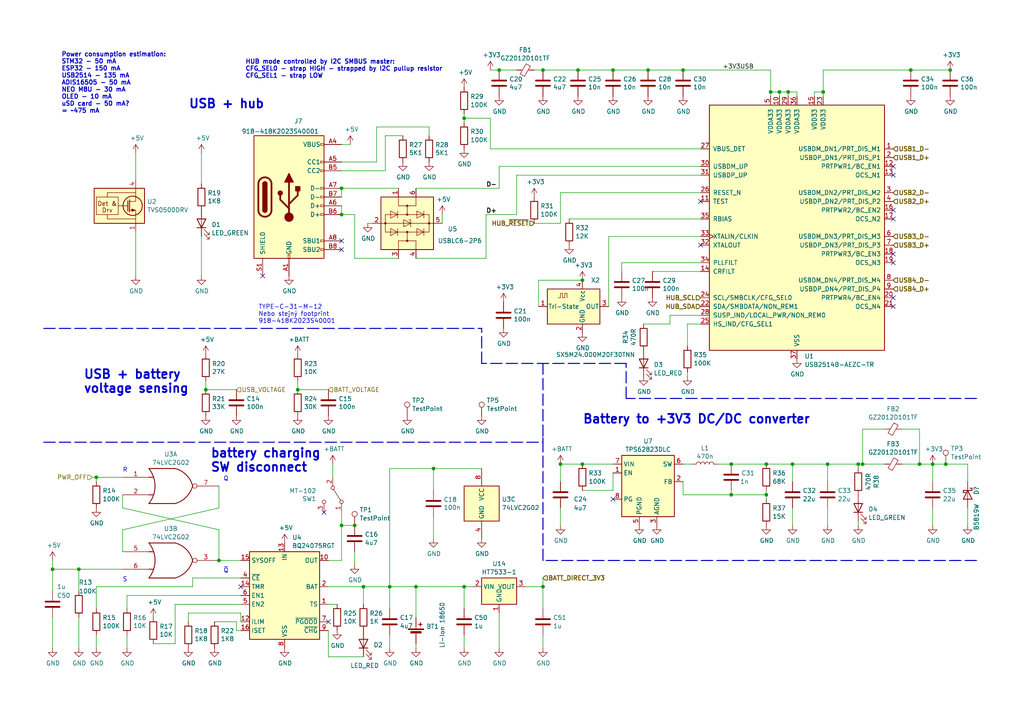
<source format=kicad_sch>
(kicad_sch (version 20230121) (generator eeschema)
  (paper "A4")
  (title_block (title "IMUnav") (date "2023-12-21") (rev "H00") (comment 1 "Inertial navigation unit"))
  (junction (at 157.48 170.18))
  (junction (at 102.87 152.4))
  (junction (at 222.25 134.62))
  (junction (at 222.25 143.51))
  (junction (at 212.09 143.51))
  (junction (at 275.59 20.32))
  (junction (at 22.86 165.1))
  (junction (at 99.06 62.23))
  (junction (at 113.03 170.18))
  (junction (at 168.91 81.28))
  (junction (at 99.06 152.4))
  (junction (at 167.64 20.32))
  (junction (at 86.36 113.03))
  (junction (at 248.92 134.62))
  (junction (at 105.41 170.18))
  (junction (at 125.73 135.89))
  (junction (at 212.09 134.62))
  (junction (at 144.78 20.32))
  (junction (at 120.65 170.18))
  (junction (at 99.06 54.61))
  (junction (at 266.7 134.62))
  (junction (at 198.12 20.32))
  (junction (at 15.24 165.1))
  (junction (at 229.87 134.62))
  (junction (at 226.06 26.67))
  (junction (at 134.62 34.29))
  (junction (at 187.96 20.32))
  (junction (at 162.56 134.62))
  (junction (at 274.32 134.62))
  (junction (at 228.6 26.67))
  (junction (at 250.19 134.62))
  (junction (at 134.62 170.18))
  (junction (at 59.69 113.03))
  (junction (at 168.91 134.62))
  (junction (at 238.76 26.67))
  (junction (at 223.52 26.67))
  (junction (at 264.16 20.32))
  (junction (at 63.5 162.56))
  (junction (at 177.8 20.32))
  (junction (at 27.94 138.43))
  (junction (at 240.03 134.62))
  (junction (at 157.48 20.32))
  (junction (at 270.51 134.62))
  (no_connect (at 259.08 76.2))
  (no_connect (at 93.98 148.59))
  (no_connect (at 99.06 72.39))
  (no_connect (at 99.06 69.85))
  (no_connect (at 76.2 80.01))
  (no_connect (at 259.08 88.9))
  (no_connect (at 69.85 170.18))
  (no_connect (at 203.2 71.12))
  (no_connect (at 259.08 86.36))
  (no_connect (at 95.25 180.34))
  (no_connect (at 259.08 63.5))
  (no_connect (at 203.2 58.42))
  (no_connect (at 259.08 48.26))
  (no_connect (at 259.08 50.8))
  (no_connect (at 259.08 73.66))
  (no_connect (at 259.08 60.96))
  (no_connect (at 177.8 144.78))
  (wire (pts (xy 162.56 134.62) (xy 168.91 134.62)))
  (wire (pts (xy 280.67 147.32) (xy 280.67 152.4)))
  (wire (pts (xy 99.06 49.53) (xy 111.76 49.53)))
  (wire (pts (xy 212.09 143.51) (xy 212.09 142.24)))
  (wire (pts (xy 125.73 142.24) (xy 125.73 135.89)))
  (wire (pts (xy 177.8 142.24) (xy 168.91 142.24)))
  (polyline (pts (xy 157.48 128.27) (xy 157.48 127)) (stroke (width 0.3) (type dash)))
  (wire (pts (xy 99.06 152.4) (xy 99.06 162.56)))
  (wire (pts (xy 167.64 20.32) (xy 177.8 20.32)))
  (wire (pts (xy 165.1 63.5) (xy 203.2 63.5)))
  (wire (pts (xy 63.5 162.56) (xy 69.85 162.56)))
  (wire (pts (xy 99.06 54.61) (xy 115.57 54.61)))
  (wire (pts (xy 50.8 175.26) (xy 50.8 186.69)))
  (wire (pts (xy 223.52 20.32) (xy 223.52 26.67)))
  (wire (pts (xy 86.36 113.03) (xy 86.36 110.49)))
  (wire (pts (xy 203.2 68.58) (xy 176.53 68.58)))
  (wire (pts (xy 54.61 177.8) (xy 54.61 180.34)))
  (wire (pts (xy 27.94 170.18) (xy 27.94 176.53)))
  (wire (pts (xy 212.09 134.62) (xy 222.25 134.62)))
  (wire (pts (xy 58.42 68.58) (xy 58.42 80.01)))
  (wire (pts (xy 15.24 162.56) (xy 15.24 165.1)))
  (wire (pts (xy 134.62 170.18) (xy 134.62 176.53)))
  (wire (pts (xy 248.92 151.13) (xy 248.92 152.4)))
  (wire (pts (xy 63.5 140.97) (xy 63.5 147.32)))
  (wire (pts (xy 128.27 62.23) (xy 128.27 64.77)))
  (wire (pts (xy 152.4 170.18) (xy 157.48 170.18)))
  (wire (pts (xy 212.09 143.51) (xy 222.25 143.51)))
  (wire (pts (xy 162.56 64.77) (xy 162.56 55.88)))
  (wire (pts (xy 99.06 152.4) (xy 102.87 152.4)))
  (wire (pts (xy 140.97 74.93) (xy 120.65 74.93)))
  (wire (pts (xy 62.23 180.34) (xy 68.58 180.34)))
  (wire (pts (xy 120.65 170.18) (xy 134.62 170.18)))
  (wire (pts (xy 180.34 78.74) (xy 180.34 76.2)))
  (wire (pts (xy 134.62 34.29) (xy 134.62 35.56)))
  (wire (pts (xy 198.12 20.32) (xy 223.52 20.32)))
  (wire (pts (xy 238.76 26.67) (xy 238.76 20.32)))
  (wire (pts (xy 105.41 170.18) (xy 113.03 170.18)))
  (wire (pts (xy 99.06 148.59) (xy 99.06 152.4)))
  (wire (pts (xy 68.58 180.34) (xy 68.58 182.88)))
  (wire (pts (xy 144.78 20.32) (xy 149.86 20.32)))
  (wire (pts (xy 149.86 50.8) (xy 149.86 62.23)))
  (wire (pts (xy 99.06 162.56) (xy 95.25 162.56)))
  (wire (pts (xy 266.7 134.62) (xy 261.62 134.62)))
  (wire (pts (xy 35.56 147.32) (xy 35.56 143.51)))
  (wire (pts (xy 270.51 134.62) (xy 266.7 134.62)))
  (wire (pts (xy 142.24 20.32) (xy 144.78 20.32)))
  (wire (pts (xy 109.22 36.83) (xy 109.22 46.99)))
  (wire (pts (xy 198.12 134.62) (xy 200.66 134.62)))
  (wire (pts (xy 154.94 20.32) (xy 157.48 20.32)))
  (wire (pts (xy 274.32 134.62) (xy 270.51 134.62)))
  (wire (pts (xy 189.23 78.74) (xy 203.2 78.74)))
  (wire (pts (xy 240.03 134.62) (xy 248.92 134.62)))
  (wire (pts (xy 187.96 20.32) (xy 198.12 20.32)))
  (wire (pts (xy 95.25 190.5) (xy 105.41 190.5)))
  (wire (pts (xy 96.52 134.62) (xy 96.52 138.43)))
  (wire (pts (xy 250.19 124.46) (xy 250.19 134.62)))
  (wire (pts (xy 120.65 54.61) (xy 144.78 54.61)))
  (wire (pts (xy 228.6 26.67) (xy 228.6 27.94)))
  (polyline (pts (xy 12.7 95.25) (xy 139.7 95.25)) (stroke (width 0.3) (type dash)))
  (wire (pts (xy 203.2 93.98) (xy 199.39 93.98)))
  (wire (pts (xy 134.62 34.29) (xy 142.24 34.29)))
  (wire (pts (xy 270.51 147.32) (xy 270.51 152.4)))
  (wire (pts (xy 109.22 36.83) (xy 124.46 36.83)))
  (wire (pts (xy 134.62 33.02) (xy 134.62 34.29)))
  (wire (pts (xy 194.31 91.44) (xy 203.2 91.44)))
  (wire (pts (xy 231.14 26.67) (xy 231.14 27.94)))
  (wire (pts (xy 266.7 124.46) (xy 266.7 134.62)))
  (wire (pts (xy 212.09 143.51) (xy 198.12 143.51)))
  (wire (pts (xy 238.76 26.67) (xy 238.76 27.94)))
  (wire (pts (xy 50.8 175.26) (xy 69.85 175.26)))
  (wire (pts (xy 162.56 147.32) (xy 162.56 152.4)))
  (wire (pts (xy 140.97 62.23) (xy 140.97 74.93)))
  (polyline (pts (xy 283.21 115.57) (xy 181.61 115.57)) (stroke (width 0.3) (type dash)))
  (polyline (pts (xy 67.31 128.27) (xy 157.48 128.27)) (stroke (width 0.3) (type dash)))
  (wire (pts (xy 236.22 26.67) (xy 238.76 26.67)))
  (wire (pts (xy 157.48 187.96) (xy 157.48 184.15)))
  (wire (pts (xy 55.88 170.18) (xy 27.94 170.18)))
  (wire (pts (xy 105.41 170.18) (xy 105.41 175.26)))
  (wire (pts (xy 199.39 93.98) (xy 199.39 100.33)))
  (wire (pts (xy 270.51 139.7) (xy 270.51 134.62)))
  (wire (pts (xy 177.8 137.16) (xy 177.8 142.24)))
  (wire (pts (xy 203.2 50.8) (xy 149.86 50.8)))
  (wire (pts (xy 157.48 20.32) (xy 167.64 20.32)))
  (wire (pts (xy 223.52 26.67) (xy 223.52 27.94)))
  (wire (pts (xy 35.56 153.67) (xy 35.56 160.02)))
  (wire (pts (xy 27.94 187.96) (xy 27.94 184.15)))
  (wire (pts (xy 176.53 68.58) (xy 176.53 88.9)))
  (wire (pts (xy 156.21 81.28) (xy 156.21 88.9)))
  (wire (pts (xy 102.87 74.93) (xy 115.57 74.93)))
  (polyline (pts (xy 157.48 162.56) (xy 157.48 105.41)) (stroke (width 0.3) (type dash)))
  (wire (pts (xy 101.6 41.91) (xy 99.06 41.91)))
  (wire (pts (xy 144.78 177.8) (xy 144.78 187.96)))
  (wire (pts (xy 99.06 59.69) (xy 99.06 62.23)))
  (wire (pts (xy 222.25 134.62) (xy 229.87 134.62)))
  (wire (pts (xy 240.03 139.7) (xy 240.03 134.62)))
  (wire (pts (xy 134.62 187.96) (xy 134.62 184.15)))
  (wire (pts (xy 22.86 165.1) (xy 22.86 171.45)))
  (wire (pts (xy 280.67 139.7) (xy 280.67 134.62)))
  (wire (pts (xy 15.24 187.96) (xy 15.24 179.07)))
  (wire (pts (xy 180.34 76.2) (xy 203.2 76.2)))
  (wire (pts (xy 208.28 134.62) (xy 212.09 134.62)))
  (wire (pts (xy 229.87 134.62) (xy 240.03 134.62)))
  (wire (pts (xy 27.94 138.43) (xy 35.56 138.43)))
  (wire (pts (xy 280.67 134.62) (xy 274.32 134.62)))
  (wire (pts (xy 261.62 124.46) (xy 266.7 124.46)))
  (polyline (pts (xy 283.21 162.56) (xy 157.48 162.56)) (stroke (width 0.3) (type dash)))
  (wire (pts (xy 125.73 149.86) (xy 125.73 156.21)))
  (wire (pts (xy 194.31 93.98) (xy 194.31 91.44)))
  (wire (pts (xy 69.85 177.8) (xy 54.61 177.8)))
  (wire (pts (xy 99.06 62.23) (xy 102.87 62.23)))
  (wire (pts (xy 55.88 167.64) (xy 55.88 170.18)))
  (wire (pts (xy 162.56 55.88) (xy 203.2 55.88)))
  (wire (pts (xy 102.87 62.23) (xy 102.87 74.93)))
  (wire (pts (xy 228.6 26.67) (xy 231.14 26.67)))
  (wire (pts (xy 22.86 187.96) (xy 22.86 179.07)))
  (wire (pts (xy 109.22 46.99) (xy 99.06 46.99)))
  (wire (pts (xy 63.5 153.67) (xy 35.56 147.32)))
  (wire (pts (xy 59.69 113.03) (xy 59.69 110.49)))
  (wire (pts (xy 140.97 62.23) (xy 149.86 62.23)))
  (wire (pts (xy 154.94 64.77) (xy 162.56 64.77)))
  (wire (pts (xy 58.42 44.45) (xy 58.42 53.34)))
  (wire (pts (xy 264.16 20.32) (xy 275.59 20.32)))
  (wire (pts (xy 68.58 182.88) (xy 69.85 182.88)))
  (wire (pts (xy 95.25 113.03) (xy 86.36 113.03)))
  (wire (pts (xy 102.87 160.02) (xy 102.87 163.83)))
  (wire (pts (xy 137.16 170.18) (xy 134.62 170.18)))
  (wire (pts (xy 226.06 26.67) (xy 228.6 26.67)))
  (wire (pts (xy 27.94 138.43) (xy 27.94 139.7)))
  (polyline (pts (xy 139.7 105.41) (xy 139.7 95.25)) (stroke (width 0.3) (type dash)))
  (wire (pts (xy 124.46 36.83) (xy 124.46 39.37)))
  (wire (pts (xy 238.76 20.32) (xy 264.16 20.32)))
  (wire (pts (xy 157.48 167.64) (xy 157.48 170.18)))
  (wire (pts (xy 248.92 134.62) (xy 248.92 135.89)))
  (wire (pts (xy 15.24 165.1) (xy 15.24 171.45)))
  (wire (pts (xy 39.37 44.45) (xy 39.37 52.07)))
  (wire (pts (xy 177.8 20.32) (xy 187.96 20.32)))
  (wire (pts (xy 186.69 93.98) (xy 194.31 93.98)))
  (wire (pts (xy 157.48 170.18) (xy 157.48 176.53)))
  (wire (pts (xy 113.03 170.18) (xy 113.03 176.53)))
  (wire (pts (xy 68.58 113.03) (xy 59.69 113.03)))
  (wire (pts (xy 111.76 49.53) (xy 111.76 39.37)))
  (polyline (pts (xy 12.7 128.27) (xy 67.31 128.27)) (stroke (width 0.3) (type dash)))
  (wire (pts (xy 99.06 54.61) (xy 99.06 57.15)))
  (wire (pts (xy 142.24 43.18) (xy 203.2 43.18)))
  (wire (pts (xy 44.45 186.69) (xy 50.8 186.69)))
  (polyline (pts (xy 181.61 105.41) (xy 139.7 105.41)) (stroke (width 0.3) (type dash)))
  (wire (pts (xy 226.06 26.67) (xy 226.06 27.94)))
  (wire (pts (xy 229.87 139.7) (xy 229.87 134.62)))
  (wire (pts (xy 36.83 172.72) (xy 69.85 172.72)))
  (wire (pts (xy 199.39 109.22) (xy 199.39 107.95)))
  (wire (pts (xy 144.78 48.26) (xy 203.2 48.26)))
  (wire (pts (xy 168.91 134.62) (xy 177.8 134.62)))
  (wire (pts (xy 156.21 81.28) (xy 168.91 81.28)))
  (wire (pts (xy 95.25 170.18) (xy 105.41 170.18)))
  (wire (pts (xy 162.56 139.7) (xy 162.56 134.62)))
  (wire (pts (xy 113.03 184.15) (xy 113.03 187.96)))
  (wire (pts (xy 36.83 176.53) (xy 36.83 172.72)))
  (wire (pts (xy 36.83 184.15) (xy 36.83 187.96)))
  (wire (pts (xy 229.87 147.32) (xy 229.87 152.4)))
  (wire (pts (xy 120.65 187.96) (xy 120.65 186.69)))
  (wire (pts (xy 26.67 138.43) (xy 27.94 138.43)))
  (wire (pts (xy 22.86 165.1) (xy 35.56 165.1)))
  (wire (pts (xy 106.68 64.77) (xy 107.95 64.77)))
  (wire (pts (xy 223.52 26.67) (xy 226.06 26.67)))
  (wire (pts (xy 222.25 142.24) (xy 222.25 143.51)))
  (wire (pts (xy 95.25 190.5) (xy 95.25 182.88)))
  (wire (pts (xy 250.19 134.62) (xy 256.54 134.62)))
  (wire (pts (xy 69.85 180.34) (xy 69.85 177.8)))
  (wire (pts (xy 256.54 124.46) (xy 250.19 124.46)))
  (wire (pts (xy 113.03 170.18) (xy 120.65 170.18)))
  (wire (pts (xy 15.24 165.1) (xy 22.86 165.1)))
  (wire (pts (xy 120.65 170.18) (xy 120.65 179.07)))
  (wire (pts (xy 63.5 153.67) (xy 63.5 162.56)))
  (wire (pts (xy 142.24 34.29) (xy 142.24 43.18)))
  (wire (pts (xy 69.85 167.64) (xy 55.88 167.64)))
  (wire (pts (xy 113.03 135.89) (xy 113.03 170.18)))
  (wire (pts (xy 198.12 139.7) (xy 198.12 143.51)))
  (polyline (pts (xy 181.61 115.57) (xy 181.61 105.41)) (stroke (width 0.3) (type dash)))
  (wire (pts (xy 125.73 135.89) (xy 113.03 135.89)))
  (wire (pts (xy 125.73 135.89) (xy 139.7 135.89)))
  (wire (pts (xy 39.37 67.31) (xy 39.37 80.01)))
  (wire (pts (xy 240.03 147.32) (xy 240.03 152.4)))
  (wire (pts (xy 236.22 27.94) (xy 236.22 26.67)))
  (wire (pts (xy 250.19 134.62) (xy 248.92 134.62)))
  (wire (pts (xy 95.25 175.26) (xy 97.79 175.26)))
  (wire (pts (xy 144.78 54.61) (xy 144.78 48.26)))
  (wire (pts (xy 111.76 39.37) (xy 116.84 39.37)))
  (wire (pts (xy 63.5 147.32) (xy 35.56 153.67)))
  (wire (pts (xy 222.25 143.51) (xy 222.25 144.78)))
  (text "HUB mode controlled by I2C SMBUS master:\nCFG_SEL0 - strap HIGH - strapped by I2C pullup resistor\nCFG_SEL1 - strap LOW" (at 71.12 22.86 0) (effects (font (size 1.27 1.27) bold) (justify left bottom)))
  (text "Q" (at 64.77 139.7 0) (effects (font (size 1.27 1.27)) (justify left bottom)))
  (text "TYPE-C-31-M-12\nNebo stejný footprint\n918-418K2023S40001" (at 74.93 93.98 0) (effects (font (size 1.27 1.27)) (justify left bottom)))
  (text "Power consumption estimation:\nSTM32 - 50 mA\nESP32 - 150 mA\nUSB2514 - 135 mA\nADIS16505 - 50 mA\nNEO M8U - 30 mA\nOLED - 10 mA\nuSD card - 50 mA?\n= ~475 mA" (at 17.78 33.02 0) (effects (font (size 1.27 1.27) bold) (justify left bottom)))
  (text "USB + battery\nvoltage sensing" (at 24.13 114.3 0) (effects (font (size 2.54 2.54) (thickness 0.508) bold) (justify left bottom)))
  (text "R\n" (at 35.56 137.16 0) (effects (font (size 1.27 1.27)) (justify left bottom)))
  (text "battery charging \nSW disconnect" (at 60.96 137.16 0) (effects (font (size 2.54 2.54) (thickness 0.508) bold) (justify left bottom)))
  (text "Battery to +3V3 DC/DC converter" (at 168.91 123.19 0) (effects (font (size 2.54 2.54) (thickness 0.508) bold) (justify left bottom)))
  (text "S" (at 35.56 168.91 0) (effects (font (size 1.27 1.27)) (justify left bottom)))
  (text "USB + hub" (at 54.61 31.75 0) (effects (font (size 2.54 2.54) (thickness 0.508) bold) (justify left bottom)))
  (text "~{Q}" (at 64.77 166.37 0) (effects (font (size 1.27 1.27)) (justify left bottom)))
  (label "+3V3USB" (at 209.55 20.32 0))
  (label "D+" (at 140.97 62.23 0) (effects (font bold)))
  (label "D-" (at 140.97 54.61 0) (effects (font bold)))
  (hierarchical_label "USB4_D-" (shape input) (at 259.08 81.28 0) (effects (font bold)))
  (hierarchical_label "HUB_SCL" (shape input) (at 203.2 86.36 180) (effects (font bold)))
  (hierarchical_label "USB3_D-" (shape input) (at 259.08 68.58 0) (effects (font bold)))
  (hierarchical_label "USB1_D+" (shape input) (at 259.08 45.72 0) (effects (font bold)))
  (hierarchical_label "USB2_D-" (shape input) (at 259.08 55.88 0) (effects (font bold)))
  (hierarchical_label "HUB_SDA" (shape input) (at 203.2 88.9 180) (effects (font bold)))
  (hierarchical_label "PWR_OFF" (shape input) (at 26.67 138.43 180))
  (hierarchical_label "BATT_VOLTAGE" (shape input) (at 95.25 113.03 0))
  (hierarchical_label "BATT_DIRECT_3V3" (shape input) (at 157.48 167.64 0) (effects (font bold)))
  (hierarchical_label "USB1_D-" (shape input) (at 259.08 43.18 0) (effects (font bold)))
  (hierarchical_label "USB4_D+" (shape input) (at 259.08 83.82 0) (effects (font bold)))
  (hierarchical_label "HUB_~{RESET}" (shape input) (at 154.94 64.77 180) (effects (font bold)))
  (hierarchical_label "USB3_D+" (shape input) (at 259.08 71.12 0) (effects (font bold)))
  (hierarchical_label "USB2_D+" (shape input) (at 259.08 58.42 0) (effects (font bold)))
  (hierarchical_label "USB_VOLTAGE" (shape input) (at 68.58 113.03 0))
  (symbol (lib_id "Device:R") (at 86.36 106.68 0) (unit 1)
    (property "Reference" "R23" (at 88.138 105.5116 0) (effects (justify left)))
    (property "Value" "10K" (at 88.138 107.823 0) (effects (justify left)))
    (property "Footprint" "Resistor_SMD:R_0603_1608Metric" (effects hide))
    (property "LCSC" "C25804" (effects hide))
    (instances (project "IMUnav_H00" (path "" (reference "R23") (unit 1))) (project "TrackJet_H01" (path "" (reference "R22") (unit 1))))
  )
  (symbol (lib_id "Device:R") (at 59.69 116.84 0) (unit 1)
    (property "Reference" "R21" (at 61.468 115.6716 0) (effects (justify left)))
    (property "Value" "33K" (at 61.468 117.983 0) (effects (justify left)))
    (property "Footprint" "Resistor_SMD:R_0603_1608Metric" (effects hide))
    (property "LCSC" "C4216" (effects hide))
    (instances (project "IMUnav_H00" (path "" (reference "R21") (unit 1))) (project "TrackJet_H01" (path "" (reference "R23") (unit 1))))
  )
  (symbol (lib_id "Device:C") (at 102.87 156.21 0) (unit 1)
    (property "Reference" "C16" (at 105.791 154.9979 0) (effects (justify left)))
    (property "Value" "4u7" (at 105.791 157.4221 0) (effects (justify left)))
    (property "Footprint" "Capacitor_SMD:C_0603_1608Metric" (effects hide))
    (property "LCSC" "C19666" (effects hide))
  )
  (symbol (lib_id "Device:R") (at 22.86 175.26 0) (unit 1)
    (property "Reference" "R13" (at 22.86 168.91 0) (effects (justify left)))
    (property "Value" "100K" (at 22.86 171.45 0) (effects (justify left)))
    (property "Footprint" "Resistor_SMD:R_0603_1608Metric" (effects hide))
    (property "LCSC" "C25803" (effects hide))
  )
  (symbol (lib_id "power:GND") (at 185.42 152.4 0) (unit 1)
    (property "Reference" "#PWR0106" (effects hide))
    (property "Value" "GND" (at 185.547 156.7942 0))
    (instances (project "IMUnav_H00" (path "" (reference "#PWR0106") (unit 1))) (project "PaLampa_MoBo_H01" (path "" (reference "#PWR?") (unit 1))))
  )
  (symbol (lib_id "power:+3V3") (at 270.51 134.62 0) (unit 1)
    (property "Reference" "#PWR0119" (effects hide))
    (property "Value" "+3V3" (at 270.891 130.2258 0))
    (instances (project "IMUnav_H00" (path "" (reference "#PWR0119") (unit 1))) (project "PaLampa_MoBo_H01" (path "" (reference "#PWR?") (unit 1))))
  )
  (symbol (lib_id "power:GND") (at 95.25 120.65 0) (unit 1)
    (property "Reference" "#PWR073" (effects hide))
    (property "Value" "GND" (at 95.377 125.0442 0))
    (instances (project "IMUnav_H00" (path "" (reference "#PWR073") (unit 1))) (project "TrackJet_H01" (path "" (reference "#PWR0203") (unit 1))))
  )
  (symbol (lib_id "Device:R") (at 165.1 67.31 0) (unit 1)
    (property "Reference" "R32" (at 166.878 66.0979 0) (effects (justify left)))
    (property "Value" "12K" (at 166.878 68.5221 0) (effects (justify left)))
    (property "Footprint" "Resistor_SMD:R_0603_1608Metric" (effects hide))
    (property "LCSC" "C22790" (effects hide))
  )
  (symbol (lib_id "Device:C") (at 212.09 138.43 0) (unit 1)
    (property "Reference" "C31" (at 215.011 137.2179 0) (effects (justify left)))
    (property "Value" "1n" (at 214.63 139.7 0) (effects (justify left)))
    (property "Footprint" "Capacitor_SMD:C_0402_1005Metric" (effects hide))
    (property "LCSC" "C1523" (effects hide))
  )
  (symbol (lib_id "power:GND") (at 134.62 187.96 0) (unit 1)
    (property "Reference" "#PWR04" (effects hide))
    (property "Value" "GND" (at 134.747 192.3542 0))
    (instances (project "IMUnav_H00" (path "" (reference "#PWR04") (unit 1)) (path "" (reference "#PWR0153") (unit 1)) (path "" (reference "#PWR088") (unit 1))) (project "PaLampa_MoBo_H01" (path "" (reference "#PWR?") (unit 1))))
  )
  (symbol (lib_id "Device:C") (at 146.05 91.44 0) (unit 1)
    (property "Reference" "C21" (at 148.971 90.2716 0) (effects (justify left)))
    (property "Value" "100n" (at 148.971 92.583 0) (effects (justify left)))
    (property "Footprint" "Capacitor_SMD:C_0603_1608Metric" (effects hide))
    (property "LCSC" "C14663" (effects hide))
    (instances (project "IMUnav_H00" (path "" (reference "C21") (unit 1))) (project "PaLampa_MoBo_H01" (path "" (reference "C?") (unit 1))))
  )
  (symbol (lib_id "power:+3V3") (at 146.05 87.63 0) (unit 1)
    (property "Reference" "#PWR093" (effects hide))
    (property "Value" "+3V3" (at 146.431 83.2358 0))
    (instances (project "IMUnav_H00" (path "" (reference "#PWR093") (unit 1))) (project "PaLampa_MoBo_H01" (path "" (reference "#PWR?") (unit 1))))
  )
  (symbol (lib_id "Device:R") (at 86.36 116.84 0) (unit 1)
    (property "Reference" "R24" (at 88.138 115.6716 0) (effects (justify left)))
    (property "Value" "30K" (at 88.138 117.983 0) (effects (justify left)))
    (property "Footprint" "Resistor_SMD:R_0603_1608Metric" (effects hide))
    (property "LCSC" "C22984" (effects hide))
    (instances (project "IMUnav_H00" (path "" (reference "R24") (unit 1))) (project "TrackJet_H01" (path "" (reference "R23") (unit 1))))
  )
  (symbol (lib_id "Device:D_Schottky") (at 280.67 143.51 270) (unit 1)
    (property "Reference" "D?" (at 283.21 140.97 0) (effects (justify left)))
    (property "Value" "B5819W" (at 283.21 146.05 0) (effects (justify left)))
    (property "Footprint" "Diode_SMD:D_SOD-123" (effects hide))
    (property "LCSC" "C8598" (effects hide))
    (instances (project "IMUnav_H00" (path "" (reference "D?") (unit 1)) (path "" (reference "D2") (unit 1)) (path "" (reference "D5") (unit 1))) (project "PaLampa_MoBo_H01" (path "" (reference "D?") (unit 1))))
  )
  (symbol (lib_id "Connector:TestPoint") (at 139.7 120.65 0) (unit 1)
    (property "Reference" "TP5" (at 141.097 116.1359 0) (effects (justify left)))
    (property "Value" "TestPoint" (at 141.097 118.5601 0) (effects (justify left)))
    (property "Footprint" "TestPoint:TestPoint_THTPad_D1.5mm_Drill0.7mm" (effects hide))
  )
  (symbol (lib_id "power:+3V3") (at 168.91 81.28 0) (unit 1)
    (property "Reference" "#PWR0102" (effects hide))
    (property "Value" "+3V3" (at 169.291 76.8858 0))
    (instances (project "IMUnav_H00" (path "" (reference "#PWR0102") (unit 1))) (project "PaLampa_MoBo_H01" (path "" (reference "#PWR?") (unit 1))))
  )
  (symbol (lib_id "Connector:TestPoint") (at 102.87 152.4 0) (unit 1)
    (property "Reference" "TP1" (at 104.267 147.8859 0) (effects (justify left)))
    (property "Value" "TestPoint" (at 104.267 150.3101 0) (effects (justify left)))
    (property "Footprint" "TestPoint:TestPoint_THTPad_D1.5mm_Drill0.7mm" (effects hide))
  )
  (symbol (lib_id "power:GND") (at 157.48 27.94 0) (unit 1)
    (property "Reference" "#PWR096" (effects hide))
    (property "Value" "GND" (at 157.607 32.3342 0))
    (instances (project "IMUnav_H00" (path "" (reference "#PWR096") (unit 1))) (project "PaLampa_MoBo_H01" (path "" (reference "#PWR?") (unit 1))))
  )
  (symbol (lib_id "Device:C") (at 15.24 175.26 0) (unit 1)
    (property "Reference" "C50" (at 16.51 172.72 0) (effects (justify left)))
    (property "Value" "1u" (at 16.51 170.18 0) (effects (justify left)))
    (property "Footprint" "Capacitor_SMD:C_0603_1608Metric" (effects hide))
    (property "LCSC" "C15849" (effects hide))
    (instances (project "IMUnav_H00" (path "" (reference "C50") (unit 1)) (path "" (reference "C13") (unit 1))))
  )
  (symbol (lib_id "power:GND") (at 118.11 120.65 0) (unit 1)
    (property "Reference" "#PWR083" (effects hide))
    (property "Value" "GND" (at 118.237 125.0442 0))
    (instances (project "IMUnav_H00" (path "" (reference "#PWR083") (unit 1))) (project "TrackJet_H01" (path "" (reference "#PWR0203") (unit 1))))
  )
  (symbol (lib_id "power:GND") (at 97.79 182.88 0) (unit 1)
    (property "Reference" "#PWR075" (effects hide))
    (property "Value" "GND" (at 97.917 187.2742 0))
    (instances (project "IMUnav_H00" (path "" (reference "#PWR075") (unit 1))) (project "PaLampa_MoBo_H01" (path "" (reference "#PWR?") (unit 1))))
  )
  (symbol (lib_id "Interface_USB:USB2514B_Bi") (at 231.14 66.04 0) (unit 1)
    (property "Reference" "U1" (at 233.3341 103.3201 0) (effects (justify left)))
    (property "Value" "USB2514B-AEZC-TR" (at 233.3341 105.7443 0) (effects (justify left)))
    (property "Footprint" "Package_DFN_QFN:QFN-36-1EP_6x6mm_P0.5mm_EP3.7x3.7mm" (effects hide))
    (property "Datasheet" "http://ww1.microchip.com/downloads/en/DeviceDoc/00001692C.pdf" (effects hide))
    (property "LCSC" "C16251" (effects hide))
    (instances (project "IMUnav_H00" (path "" (reference "U1") (unit 1)) (path "" (reference "U8") (unit 1))))
  )
  (symbol (lib_id "power:GND") (at 36.83 187.96 0) (unit 1)
    (property "Reference" "#PWR057" (effects hide))
    (property "Value" "GND" (at 36.957 192.3542 0))
    (instances (project "IMUnav_H00" (path "" (reference "#PWR057") (unit 1))) (project "PaLampa_MoBo_H01" (path "" (reference "#PWR?") (unit 1))))
  )
  (symbol (lib_id "power:GND") (at 199.39 109.22 0) (unit 1)
    (property "Reference" "#PWR0112" (effects hide))
    (property "Value" "GND" (at 199.517 113.6142 0))
    (instances (project "IMUnav_H00" (path "" (reference "#PWR0112") (unit 1))) (project "PaLampa_MoBo_H01" (path "" (reference "#PWR?") (unit 1))))
  )
  (symbol (lib_id "IMUnav:ECS-5032MV") (at 168.91 88.9 0) (unit 1)
    (property "Reference" "X2" (at 172.72 81.28 0))
    (property "Value" "SX5M24.000M20F30TNN" (at 172.72 102.87 0))
    (property "Footprint" "IMUnav:OSC_ECS-3963-250-BN-TR" (effects hide))
    (property "LCSC" "C2901533" (effects hide))
  )
  (symbol (lib_id "Device:C") (at 68.58 116.84 0) (unit 1)
    (property "Reference" "C14" (at 71.501 115.6716 0) (effects (justify left)))
    (property "Value" "100n" (at 71.501 117.983 0) (effects (justify left)))
    (property "Footprint" "Capacitor_SMD:C_0603_1608Metric" (effects hide))
    (property "LCSC" "C14663" (effects hide))
    (instances (project "IMUnav_H00" (path "" (reference "C14") (unit 1))) (project "TrackJet_H01" (path "" (reference "C53") (unit 1))))
  )
  (symbol (lib_id "Device:R") (at 134.62 29.21 0) (unit 1)
    (property "Reference" "R29" (at 136.398 27.9979 0) (effects (justify left)))
    (property "Value" "100K" (at 136.398 30.4221 0) (effects (justify left)))
    (property "Footprint" "Resistor_SMD:R_0603_1608Metric" (effects hide))
    (property "LCSC" "C25803" (effects hide))
  )
  (symbol (lib_id "Connector:USB_C_Receptacle_USB2.0") (at 83.82 57.15 0) (unit 1)
    (property "Reference" "J7" (at 86.5378 35.1282 0))
    (property "Value" "918-418K2023S40001" (at 81.28 38.1 0))
    (property "Footprint" "Connector_USB:USB_C_Receptacle_HRO_TYPE-C-31-M-12" (effects hide))
    (property "Datasheet" "https://datasheet.lcsc.com/szlcsc/1811131825_Korean-Hroparts-Elec-TYPE-C-31-M-12_C165948.pdf" (effects hide))
    (property "LCSC" "C167321" (effects hide))
    (instances (project "IMUnav_H00" (path "" (reference "J7") (unit 1))) (project "PaLampa_MoBo_H01" (path "" (reference "J?") (unit 1))))
  )
  (symbol (lib_id "Device:R") (at 222.25 148.59 0) (unit 1)
    (property "Reference" "R37" (at 224.028 147.3779 0) (effects (justify left)))
    (property "Value" "15K" (at 224.028 149.8021 0) (effects (justify left)))
    (property "Footprint" "Resistor_SMD:R_0603_1608Metric" (effects hide))
    (property "LCSC" "C22809" (effects hide))
  )
  (symbol (lib_id "power:GND") (at 22.86 187.96 0) (unit 1)
    (property "Reference" "#PWR054" (effects hide))
    (property "Value" "GND" (at 22.987 192.3542 0))
    (instances (project "IMUnav_H00" (path "" (reference "#PWR054") (unit 1))) (project "PaLampa_MoBo_H01" (path "" (reference "#PWR?") (unit 1))))
  )
  (symbol (lib_id "Device:R") (at 27.94 180.34 0) (unit 1)
    (property "Reference" "R15" (at 29.718 179.1279 0) (effects (justify left)))
    (property "Value" "100K" (at 29.718 181.5521 0) (effects (justify left)))
    (property "Footprint" "Resistor_SMD:R_0603_1608Metric" (effects hide))
    (property "LCSC" "C25803" (effects hide))
  )
  (symbol (lib_id "power:GND") (at 39.37 80.01 0) (unit 1)
    (property "Reference" "#PWR059" (effects hide))
    (property "Value" "GND" (at 39.497 84.4042 0))
    (instances (project "IMUnav_H00" (path "" (reference "#PWR059") (unit 1))) (project "PaLampa_MoBo_H01" (path "" (reference "#PWR?") (unit 1))))
  )
  (symbol (lib_id "Device:C") (at 167.64 24.13 0) (unit 1)
    (property "Reference" "C25" (at 170.561 22.9616 0) (effects (justify left)))
    (property "Value" "10n" (at 170.561 25.273 0) (effects (justify left)))
    (property "Footprint" "Capacitor_SMD:C_0603_1608Metric" (effects hide))
    (property "LCSC" "C57112" (effects hide))
    (instances (project "IMUnav_H00" (path "" (reference "C25") (unit 1))) (project "PaLampa_MoBo_H01" (path "" (reference "C?") (unit 1))))
  )
  (symbol (lib_id "Device:FerriteBead_Small") (at 259.08 124.46 90) (unit 1)
    (property "Reference" "FB2" (at 259.0419 118.6139 90))
    (property "Value" "GZ2012D101TF" (at 259.0419 121.0381 90))
    (property "Footprint" "Resistor_SMD:R_0805_2012Metric" (effects hide))
    (property "LCSC" "C1015" (effects hide))
  )
  (symbol (lib_id "power:+BATT") (at 96.52 134.62 0) (unit 1)
    (property "Reference" "#PWR074" (effects hide))
    (property "Value" "+BATT" (at 96.901 130.2258 0))
    (instances (project "IMUnav_H00" (path "" (reference "#PWR074") (unit 1))) (project "TrackJet_H01" (path "" (reference "#PWR0181") (unit 1))))
  )
  (symbol (lib_id "Device:R") (at 27.94 143.51 0) (unit 1)
    (property "Reference" "R14" (at 29.718 142.2979 0) (effects (justify left)))
    (property "Value" "100K" (at 29.718 144.7221 0) (effects (justify left)))
    (property "Footprint" "Resistor_SMD:R_0603_1608Metric" (effects hide))
    (property "LCSC" "C25803" (effects hide))
  )
  (symbol (lib_id "power:GND") (at 280.67 152.4 0) (unit 1)
    (property "Reference" "#PWR0123" (effects hide))
    (property "Value" "GND" (at 280.797 156.7942 0))
    (instances (project "IMUnav_H00" (path "" (reference "#PWR0123") (unit 1))) (project "PaLampa_MoBo_H01" (path "" (reference "#PWR?") (unit 1))))
  )
  (symbol (lib_id "power:GND") (at 167.64 27.94 0) (unit 1)
    (property "Reference" "#PWR0101" (effects hide))
    (property "Value" "GND" (at 167.767 32.3342 0))
    (instances (project "IMUnav_H00" (path "" (reference "#PWR0101") (unit 1))) (project "PaLampa_MoBo_H01" (path "" (reference "#PWR?") (unit 1))))
  )
  (symbol (lib_id "power:+5V") (at 39.37 44.45 0) (unit 1)
    (property "Reference" "#PWR058" (effects hide))
    (property "Value" "+5V" (at 39.751 40.0558 0))
    (instances (project "IMUnav_H00" (path "" (reference "#PWR058") (unit 1))) (project "PaLampa_MoBo_H01" (path "" (reference "#PWR?") (unit 1))))
  )
  (symbol (lib_id "Battery_Management:BQ24075RGT") (at 82.55 172.72 0) (unit 1)
    (property "Reference" "U4" (at 84.7441 155.8757 0) (effects (justify left)))
    (property "Value" "BQ24075RGT" (at 84.7441 158.2999 0) (effects (justify left)))
    (property "Footprint" "Package_DFN_QFN:VQFN-16-1EP_3x3mm_P0.5mm_EP1.6x1.6mm" (effects hide))
    (property "Datasheet" "http://www.ti.com/lit/ds/symlink/bq24075.pdf" (effects hide))
    (property "LCSC" "C15464" (effects hide))
  )
  (symbol (lib_id "power:+3V3") (at 275.59 20.32 0) (unit 1)
    (property "Reference" "#PWR0121" (effects hide))
    (property "Value" "+3V3" (at 275.971 15.9258 0))
    (instances (project "IMUnav_H00" (path "" (reference "#PWR0121") (unit 1))) (project "PaLampa_MoBo_H01" (path "" (reference "#PWR?") (unit 1))))
  )
  (symbol (lib_id "power:GND") (at 139.7 156.21 0) (unit 1)
    (property "Reference" "#PWR04" (effects hide))
    (property "Value" "GND" (at 139.827 160.6042 0))
    (instances (project "IMUnav_H00" (path "" (reference "#PWR04") (unit 1)) (path "" (reference "#PWR0154") (unit 1)) (path "" (reference "#PWR089") (unit 1))) (project "PaLampa_MoBo_H01" (path "" (reference "#PWR?") (unit 1))))
  )
  (symbol (lib_id "Device:C") (at 229.87 143.51 0) (unit 1)
    (property "Reference" "C32" (at 232.791 142.2979 0) (effects (justify left)))
    (property "Value" "22u" (at 232.791 144.7221 0) (effects (justify left)))
    (property "Footprint" "Capacitor_SMD:C_0603_1608Metric" (effects hide))
    (property "LCSC" "C59461" (effects hide))
  )
  (symbol (lib_id "Device:FerriteBead_Small") (at 259.08 134.62 90) (unit 1)
    (property "Reference" "FB3" (at 259.0419 128.7739 90))
    (property "Value" "GZ2012D101TF" (at 259.0419 131.1981 90))
    (property "Footprint" "Resistor_SMD:R_0805_2012Metric" (effects hide))
    (property "LCSC" "C1015" (effects hide))
  )
  (symbol (lib_id "Regulator_Linear:HT75xx-1-SOT89") (at 144.78 172.72 0) (unit 1)
    (property "Reference" "U14" (at 144.78 163.4957 0))
    (property "Value" "HT7533-1" (at 144.78 165.9199 0))
    (property "Footprint" "Package_TO_SOT_SMD:SOT-89-3" (effects hide))
    (property "Datasheet" "https://www.holtek.com/documents/10179/116711/HT75xx-1v250.pdf" (effects hide))
    (property "LCSC" "C14289" (effects hide))
    (instances (project "IMUnav_H00" (path "" (reference "U14") (unit 1)) (path "" (reference "U6") (unit 1))))
  )
  (symbol (lib_id "power:GND") (at 165.1 71.12 0) (unit 1)
    (property "Reference" "#PWR0100" (effects hide))
    (property "Value" "GND" (at 165.227 75.5142 0))
    (instances (project "IMUnav_H00" (path "" (reference "#PWR0100") (unit 1))) (project "PaLampa_MoBo_H01" (path "" (reference "#PWR?") (unit 1))))
  )
  (symbol (lib_id "Device:Battery_Cell") (at 120.65 184.15 0) (unit 1)
    (property "Reference" "BT1" (at 123.6472 181.7116 0) (effects (justify left)))
    (property "Value" "Li-Ion 18650" (at 128.27 187.96 90) (effects (justify left)))
    (property "Footprint" "Battery:BatteryHolder_MPD_BH-18650-PC2" (effects hide))
  )
  (symbol (lib_id "power:GND") (at 58.42 80.01 0) (unit 1)
    (property "Reference" "#PWR063" (effects hide))
    (property "Value" "GND" (at 58.547 84.4042 0))
    (instances (project "IMUnav_H00" (path "" (reference "#PWR063") (unit 1))) (project "PaLampa_MoBo_H01" (path "" (reference "#PWR?") (unit 1))))
  )
  (symbol (lib_id "power:GND") (at 82.55 187.96 0) (unit 1)
    (property "Reference" "#PWR069" (effects hide))
    (property "Value" "GND" (at 82.677 192.3542 0))
    (instances (project "IMUnav_H00" (path "" (reference "#PWR069") (unit 1))) (project "TrackJet_H01" (path "" (reference "#PWR0200") (unit 1))))
  )
  (symbol (lib_id "Device:C") (at 95.25 116.84 0) (unit 1)
    (property "Reference" "C15" (at 98.171 115.6716 0) (effects (justify left)))
    (property "Value" "100n" (at 98.171 117.983 0) (effects (justify left)))
    (property "Footprint" "Capacitor_SMD:C_0603_1608Metric" (effects hide))
    (property "LCSC" "C14663" (effects hide))
    (instances (project "IMUnav_H00" (path "" (reference "C15") (unit 1))) (project "TrackJet_H01" (path "" (reference "C53") (unit 1))))
  )
  (symbol (lib_id "Switch:SW_SPDT") (at 96.52 143.51 270) (unit 1)
    (property "Reference" "SW1" (at 91.7448 144.6784 90) (effects (justify right)))
    (property "Value" "MT-102" (at 91.7448 142.367 90) (effects (justify right)))
    (property "Footprint" "IMUnav:TE_A101SYCQ04" (effects hide))
    (instances (project "IMUnav_H00" (path "" (reference "SW1") (unit 1))) (project "TrackJet_H01" (path "" (reference "SW3") (unit 1))))
  )
  (symbol (lib_id "power:GND") (at 113.03 187.96 0) (unit 1)
    (property "Reference" "#PWR079" (effects hide))
    (property "Value" "GND" (at 113.157 192.3542 0))
    (instances (project "IMUnav_H00" (path "" (reference "#PWR079") (unit 1))) (project "TrackJet_H01" (path "" (reference "#PWR0200") (unit 1))))
  )
  (symbol (lib_id "Device:R") (at 248.92 139.7 180) (unit 1)
    (property "Reference" "R38" (at 254.1778 139.7 90))
    (property "Value" "470R" (at 251.8664 139.7 90))
    (property "Footprint" "Resistor_SMD:R_0603_1608Metric" (effects hide))
    (property "LCSC" "C23179" (effects hide))
    (instances (project "IMUnav_H00" (path "" (reference "R38") (unit 1)) (path "" (reference "R2") (unit 1))) (project "PaLampa_MoBo_H01" (path "" (reference "R?") (unit 1))))
  )
  (symbol (lib_id "Device:LED") (at 58.42 64.77 90) (unit 1)
    (property "Reference" "D1" (at 61.341 65.1454 90) (effects (justify right)))
    (property "Value" "LED_GREEN" (at 61.341 67.5696 90) (effects (justify right)))
    (property "Footprint" "LED_SMD:LED_0603_1608Metric" (effects hide))
    (property "LCSC" "C72043" (effects hide))
  )
  (symbol (lib_id "power:GND") (at 146.05 95.25 0) (unit 1)
    (property "Reference" "#PWR094" (effects hide))
    (property "Value" "GND" (at 146.177 99.6442 0))
    (instances (project "IMUnav_H00" (path "" (reference "#PWR094") (unit 1))) (project "PaLampa_MoBo_H01" (path "" (reference "#PWR?") (unit 1))))
  )
  (symbol (lib_id "power:+3V3") (at 154.94 57.15 0) (unit 1)
    (property "Reference" "#PWR095" (effects hide))
    (property "Value" "+3V3" (at 155.321 52.7558 0))
    (instances (project "IMUnav_H00" (path "" (reference "#PWR095") (unit 1))) (project "PaLampa_MoBo_H01" (path "" (reference "#PWR?") (unit 1))))
  )
  (symbol (lib_id "Device:R") (at 124.46 43.18 0) (unit 1)
    (property "Reference" "R28" (at 126.238 42.0116 0) (effects (justify left)))
    (property "Value" "5K1" (at 126.238 44.323 0) (effects (justify left)))
    (property "Footprint" "Resistor_SMD:R_0603_1608Metric" (effects hide))
    (property "LCSC" "C23186" (effects hide))
    (instances (project "IMUnav_H00" (path "" (reference "R28") (unit 1))) (project "Time-O-Mat_MoBo_H02" (path "" (reference "R?") (unit 1))))
  )
  (symbol (lib_id "power:GND") (at 144.78 27.94 0) (unit 1)
    (property "Reference" "#PWR091" (effects hide))
    (property "Value" "GND" (at 144.907 32.3342 0))
    (instances (project "IMUnav_H00" (path "" (reference "#PWR091") (unit 1))) (project "PaLampa_MoBo_H01" (path "" (reference "#PWR?") (unit 1))))
  )
  (symbol (lib_id "Device:L") (at 204.47 134.62 90) (unit 1)
    (property "Reference" "L1" (at 204.47 129.9704 90))
    (property "Value" "470n" (at 204.47 132.3946 90))
    (property "Footprint" "Inductor_SMD:L_Chilisin_BMRA00040420" (effects hide))
    (property "LCSC" "C280580" (effects hide))
  )
  (symbol (lib_id "Device:C") (at 275.59 24.13 0) (unit 1)
    (property "Reference" "C36" (at 278.511 22.9616 0) (effects (justify left)))
    (property "Value" "100n" (at 278.511 25.273 0) (effects (justify left)))
    (property "Footprint" "Capacitor_SMD:C_0603_1608Metric" (effects hide))
    (property "LCSC" "C14663" (effects hide))
    (instances (project "IMUnav_H00" (path "" (reference "C36") (unit 1))) (project "PaLampa_MoBo_H01" (path "" (reference "C?") (unit 1))))
  )
  (symbol (lib_id "Device:R") (at 54.61 184.15 0) (unit 1)
    (property "Reference" "R18" (at 56.388 182.9816 0) (effects (justify left)))
    (property "Value" "1K8" (at 56.388 185.293 0) (effects (justify left)))
    (property "Footprint" "Resistor_SMD:R_0603_1608Metric" (effects hide))
    (property "LCSC" "C4177" (effects hide))
    (instances (project "IMUnav_H00" (path "" (reference "R18") (unit 1))) (project "TrackJet_H01" (path "" (reference "R21") (unit 1))))
  )
  (symbol (lib_id "Connector:TestPoint") (at 274.32 134.62 0) (unit 1)
    (property "Reference" "TP3" (at 275.717 130.1059 0) (effects (justify left)))
    (property "Value" "TestPoint" (at 275.717 132.5301 0) (effects (justify left)))
    (property "Footprint" "TestPoint:TestPoint_THTPad_D1.5mm_Drill0.7mm" (effects hide))
  )
  (symbol (lib_id "Device:R") (at 199.39 104.14 0) (unit 1)
    (property "Reference" "R35" (at 201.168 102.9279 0) (effects (justify left)))
    (property "Value" "100K" (at 201.168 105.3521 0) (effects (justify left)))
    (property "Footprint" "Resistor_SMD:R_0603_1608Metric" (effects hide))
    (property "LCSC" "C25803" (effects hide))
  )
  (symbol (lib_id "power:+5V") (at 58.42 44.45 0) (unit 1)
    (property "Reference" "#PWR062" (effects hide))
    (property "Value" "+5V" (at 58.801 40.0558 0))
    (instances (project "IMUnav_H00" (path "" (reference "#PWR062") (unit 1))) (project "PaLampa_MoBo_H01" (path "" (reference "#PWR?") (unit 1))))
  )
  (symbol (lib_id "Device:R") (at 222.25 138.43 180) (unit 1)
    (property "Reference" "R36" (at 224.028 137.2179 0) (effects (justify right)))
    (property "Value" "68K" (at 224.028 139.6421 0) (effects (justify right)))
    (property "Footprint" "Resistor_SMD:R_0603_1608Metric" (effects hide))
    (property "LCSC" "C23231" (effects hide))
  )
  (symbol (lib_id "power:GND") (at 125.73 156.21 0) (unit 1)
    (property "Reference" "#PWR04" (effects hide))
    (property "Value" "GND" (at 125.857 160.6042 0))
    (instances (project "IMUnav_H00" (path "" (reference "#PWR04") (unit 1)) (path "" (reference "#PWR0154") (unit 1)) (path "" (reference "#PWR084") (unit 1))) (project "PaLampa_MoBo_H01" (path "" (reference "#PWR?") (unit 1))))
  )
  (symbol (lib_id "power:+BATT") (at 162.56 134.62 0) (unit 1)
    (property "Reference" "#PWR098" (effects hide))
    (property "Value" "+BATT" (at 162.941 130.2258 0))
    (instances (project "IMUnav_H00" (path "" (reference "#PWR098") (unit 1))) (project "TrackJet_H01" (path "" (reference "#PWR0181") (unit 1))))
  )
  (symbol (lib_id "Device:LED") (at 186.69 105.41 90) (unit 1)
    (property "Reference" "D3" (at 189.611 105.7854 90) (effects (justify right)))
    (property "Value" "LED_RED" (at 189.611 108.2096 90) (effects (justify right)))
    (property "Footprint" "LED_SMD:LED_0603_1608Metric" (effects hide))
    (property "LCSC" "C2286" (effects hide))
  )
  (symbol (lib_id "Device:R") (at 134.62 39.37 0) (unit 1)
    (property "Reference" "R30" (at 136.398 38.1579 0) (effects (justify left)))
    (property "Value" "100K" (at 136.398 40.5821 0) (effects (justify left)))
    (property "Footprint" "Resistor_SMD:R_0603_1608Metric" (effects hide))
    (property "LCSC" "C25803" (effects hide))
  )
  (symbol (lib_id "power:+5V") (at 101.6 41.91 0) (unit 1)
    (property "Reference" "#PWR076" (effects hide))
    (property "Value" "+5V" (at 101.981 37.5158 0))
    (instances (project "IMUnav_H00" (path "" (reference "#PWR076") (unit 1))) (project "PaLampa_MoBo_H01" (path "" (reference "#PWR?") (unit 1))))
  )
  (symbol (lib_id "74xGxx:74LVC2G02") (at 50.8 140.97 0) (unit 1)
    (property "Reference" "U3" (at 49.53 131.7457 0))
    (property "Value" "74LVC2G02" (at 49.53 134.1699 0))
    (property "Footprint" "Package_SO:VSSOP-8_2.3x2mm_P0.5mm" (effects hide))
    (property "Datasheet" "https://assets.nexperia.com/documents/data-sheet/74LVC2G02.pdf" (effects hide))
    (property "LCSC" "C489242" (effects hide))
  )
  (symbol (lib_id "power:GND") (at 187.96 27.94 0) (unit 1)
    (property "Reference" "#PWR0108" (effects hide))
    (property "Value" "GND" (at 188.087 32.3342 0))
    (instances (project "IMUnav_H00" (path "" (reference "#PWR0108") (unit 1))) (project "PaLampa_MoBo_H01" (path "" (reference "#PWR?") (unit 1))))
  )
  (symbol (lib_id "power:+5V") (at 134.62 25.4 0) (unit 1)
    (property "Reference" "#PWR086" (effects hide))
    (property "Value" "+5V" (at 135.001 21.0058 0))
    (instances (project "IMUnav_H00" (path "" (reference "#PWR086") (unit 1))) (project "PaLampa_MoBo_H01" (path "" (reference "#PWR?") (unit 1))))
  )
  (symbol (lib_id "power:GND") (at 54.61 187.96 0) (unit 1)
    (property "Reference" "#PWR061" (effects hide))
    (property "Value" "GND" (at 54.737 192.3542 0))
    (instances (project "IMUnav_H00" (path "" (reference "#PWR061") (unit 1))) (project "PaLampa_MoBo_H01" (path "" (reference "#PWR?") (unit 1))))
  )
  (symbol (lib_id "Device:C") (at 187.96 24.13 0) (unit 1)
    (property "Reference" "C28" (at 190.881 22.9616 0) (effects (justify left)))
    (property "Value" "10n" (at 190.881 25.273 0) (effects (justify left)))
    (property "Footprint" "Capacitor_SMD:C_0603_1608Metric" (effects hide))
    (property "LCSC" "C57112" (effects hide))
    (instances (project "IMUnav_H00" (path "" (reference "C28") (unit 1))) (project "PaLampa_MoBo_H01" (path "" (reference "C?") (unit 1))))
  )
  (symbol (lib_id "Connector:TestPoint") (at 118.11 120.65 0) (unit 1)
    (property "Reference" "TP2" (at 119.507 116.1359 0) (effects (justify left)))
    (property "Value" "TestPoint" (at 119.507 118.5601 0) (effects (justify left)))
    (property "Footprint" "TestPoint:TestPoint_THTPad_D1.5mm_Drill0.7mm" (effects hide))
  )
  (symbol (lib_id "Device:LED") (at 105.41 186.69 90) (unit 1)
    (property "Reference" "D2" (at 108.331 187.0654 90) (effects (justify right)))
    (property "Value" "LED_RED" (at 101.6 193.04 90) (effects (justify right)))
    (property "Footprint" "LED_SMD:LED_0603_1608Metric" (effects hide))
    (property "LCSC" "C2286" (effects hide))
  )
  (symbol (lib_id "power:+5V") (at 82.55 157.48 0) (unit 1)
    (property "Reference" "#PWR068" (effects hide))
    (property "Value" "+5V" (at 82.931 153.0858 0))
    (instances (project "IMUnav_H00" (path "" (reference "#PWR068") (unit 1))) (project "PaLampa_MoBo_H01" (path "" (reference "#PWR?") (unit 1))))
  )
  (symbol (lib_id "Device:C") (at 157.48 180.34 0) (unit 1)
    (property "Reference" "C51" (at 160.401 179.1279 0) (effects (justify left)))
    (property "Value" "1u" (at 160.401 181.5521 0) (effects (justify left)))
    (property "Footprint" "Capacitor_SMD:C_0603_1608Metric" (effects hide))
    (property "LCSC" "C15849" (effects hide))
    (instances (project "IMUnav_H00" (path "" (reference "C51") (unit 1)) (path "" (reference "C23") (unit 1))))
  )
  (symbol (lib_id "power:GND") (at 190.5 152.4 0) (unit 1)
    (property "Reference" "#PWR0110" (effects hide))
    (property "Value" "GND" (at 190.627 156.7942 0))
    (instances (project "IMUnav_H00" (path "" (reference "#PWR0110") (unit 1))) (project "PaLampa_MoBo_H01" (path "" (reference "#PWR?") (unit 1))))
  )
  (symbol (lib_id "power:+5V") (at 59.69 102.87 0) (unit 1)
    (property "Reference" "#PWR064" (effects hide))
    (property "Value" "+5V" (at 60.071 98.4758 0))
    (instances (project "IMUnav_H00" (path "" (reference "#PWR064") (unit 1))) (project "PaLampa_MoBo_H01" (path "" (reference "#PWR?") (unit 1))))
  )
  (symbol (lib_id "power:GND") (at 68.58 120.65 0) (unit 1)
    (property "Reference" "#PWR067" (effects hide))
    (property "Value" "GND" (at 68.707 125.0442 0))
    (instances (project "IMUnav_H00" (path "" (reference "#PWR067") (unit 1))) (project "TrackJet_H01" (path "" (reference "#PWR0203") (unit 1))))
  )
  (symbol (lib_id "power:GND") (at 177.8 27.94 0) (unit 1)
    (property "Reference" "#PWR0104" (effects hide))
    (property "Value" "GND" (at 177.927 32.3342 0))
    (instances (project "IMUnav_H00" (path "" (reference "#PWR0104") (unit 1))) (project "PaLampa_MoBo_H01" (path "" (reference "#PWR?") (unit 1))))
  )
  (symbol (lib_id "power:GND") (at 270.51 152.4 0) (unit 1)
    (property "Reference" "#PWR0120" (effects hide))
    (property "Value" "GND" (at 270.637 156.7942 0))
    (instances (project "IMUnav_H00" (path "" (reference "#PWR0120") (unit 1))) (project "PaLampa_MoBo_H01" (path "" (reference "#PWR?") (unit 1))))
  )
  (symbol (lib_id "power:+BATT") (at 86.36 102.87 0) (unit 1)
    (property "Reference" "#PWR071" (effects hide))
    (property "Value" "+BATT" (at 86.741 98.4758 0))
    (instances (project "IMUnav_H00" (path "" (reference "#PWR071") (unit 1))) (project "TrackJet_H01" (path "" (reference "#PWR0183") (unit 1))))
  )
  (symbol (lib_id "power:GND") (at 59.69 120.65 0) (unit 1)
    (property "Reference" "#PWR065" (effects hide))
    (property "Value" "GND" (at 59.817 125.0442 0))
    (instances (project "IMUnav_H00" (path "" (reference "#PWR065") (unit 1))) (project "TrackJet_H01" (path "" (reference "#PWR0202") (unit 1))))
  )
  (symbol (lib_id "Device:R") (at 62.23 184.15 0) (unit 1)
    (property "Reference" "R22" (at 64.008 182.9816 0) (effects (justify left)))
    (property "Value" "1K8" (at 64.008 185.293 0) (effects (justify left)))
    (property "Footprint" "Resistor_SMD:R_0603_1608Metric" (effects hide))
    (property "LCSC" "C4177" (effects hide))
    (instances (project "IMUnav_H00" (path "" (reference "R22") (unit 1))) (project "TrackJet_H01" (path "" (reference "R21") (unit 1))))
  )
  (symbol (lib_id "power:+3V3") (at 142.24 20.32 0) (unit 1)
    (property "Reference" "#PWR090" (effects hide))
    (property "Value" "+3V3" (at 142.621 15.9258 0))
    (instances (project "IMUnav_H00" (path "" (reference "#PWR090") (unit 1))) (project "PaLampa_MoBo_H01" (path "" (reference "#PWR?") (unit 1))))
  )
  (symbol (lib_id "power:GND") (at 168.91 96.52 0) (unit 1)
    (property "Reference" "#PWR0103" (effects hide))
    (property "Value" "GND" (at 169.037 100.9142 0))
    (instances (project "IMUnav_H00" (path "" (reference "#PWR0103") (unit 1))) (project "PaLampa_MoBo_H01" (path "" (reference "#PWR?") (unit 1))))
  )
  (symbol (lib_id "power:GND") (at 116.84 46.99 0) (unit 1)
    (property "Reference" "#PWR080" (effects hide))
    (property "Value" "GND" (at 116.967 51.3842 0))
    (instances (project "IMUnav_H00" (path "" (reference "#PWR080") (unit 1))) (project "PaLampa_MoBo_H01" (path "" (reference "#PWR?") (unit 1))))
  )
  (symbol (lib_id "power:GND") (at 264.16 27.94 0) (unit 1)
    (property "Reference" "#PWR0118" (effects hide))
    (property "Value" "GND" (at 264.287 32.3342 0))
    (instances (project "IMUnav_H00" (path "" (reference "#PWR0118") (unit 1))) (project "PaLampa_MoBo_H01" (path "" (reference "#PWR?") (unit 1))))
  )
  (symbol (lib_id "power:GND") (at 120.65 187.96 0) (unit 1)
    (property "Reference" "#PWR081" (effects hide))
    (property "Value" "GND" (at 120.777 192.3542 0))
    (instances (project "IMUnav_H00" (path "" (reference "#PWR081") (unit 1))) (project "TrackJet_H01" (path "" (reference "#PWR0200") (unit 1))))
  )
  (symbol (lib_id "Device:R") (at 97.79 179.07 0) (unit 1)
    (property "Reference" "R25" (at 99.568 177.9016 0) (effects (justify left)))
    (property "Value" "10K" (at 99.568 180.213 0) (effects (justify left)))
    (property "Footprint" "Resistor_SMD:R_0603_1608Metric" (effects hide))
    (property "LCSC" "C25804" (effects hide))
    (instances (project "IMUnav_H00" (path "" (reference "R25") (unit 1))) (project "TrackJet_H01" (path "" (reference "R22") (unit 1))))
  )
  (symbol (lib_id "Device:C") (at 270.51 143.51 0) (unit 1)
    (property "Reference" "C35" (at 273.431 142.2979 0) (effects (justify left)))
    (property "Value" "22u" (at 273.431 144.7221 0) (effects (justify left)))
    (property "Footprint" "Capacitor_SMD:C_0603_1608Metric" (effects hide))
    (property "LCSC" "C59461" (effects hide))
  )
  (symbol (lib_id "power:GND") (at 275.59 27.94 0) (unit 1)
    (property "Reference" "#PWR0122" (effects hide))
    (property "Value" "GND" (at 275.717 32.3342 0))
    (instances (project "IMUnav_H00" (path "" (reference "#PWR0122") (unit 1))) (project "PaLampa_MoBo_H01" (path "" (reference "#PWR?") (unit 1))))
  )
  (symbol (lib_id "Device:R") (at 154.94 60.96 0) (unit 1)
    (property "Reference" "R31" (at 156.718 59.7479 0) (effects (justify left)))
    (property "Value" "100K" (at 156.718 62.1721 0) (effects (justify left)))
    (property "Footprint" "Resistor_SMD:R_0603_1608Metric" (effects hide))
    (property "LCSC" "C25803" (effects hide))
  )
  (symbol (lib_id "power:GND") (at 189.23 86.36 0) (unit 1)
    (property "Reference" "#PWR0109" (effects hide))
    (property "Value" "GND" (at 189.357 90.7542 0))
    (instances (project "IMUnav_H00" (path "" (reference "#PWR0109") (unit 1))) (project "PaLampa_MoBo_H01" (path "" (reference "#PWR?") (unit 1))))
  )
  (symbol (lib_id "power:+5V") (at 44.45 179.07 0) (unit 1)
    (property "Reference" "#PWR060" (effects hide))
    (property "Value" "+5V" (at 44.831 174.6758 0))
    (instances (project "IMUnav_H00" (path "" (reference "#PWR060") (unit 1))) (project "PaLampa_MoBo_H01" (path "" (reference "#PWR?") (unit 1))))
  )
  (symbol (lib_id "power:+5V") (at 15.24 162.56 0) (unit 1)
    (property "Reference" "#PWR052" (effects hide))
    (property "Value" "+5V" (at 15.621 158.1658 0))
    (instances (project "IMUnav_H00" (path "" (reference "#PWR052") (unit 1))) (project "PaLampa_MoBo_H01" (path "" (reference "#PWR?") (unit 1))))
  )
  (symbol (lib_id "power:GND") (at 222.25 152.4 0) (unit 1)
    (property "Reference" "#PWR0113" (effects hide))
    (property "Value" "GND" (at 222.377 156.7942 0))
    (instances (project "IMUnav_H00" (path "" (reference "#PWR0113") (unit 1))) (project "PaLampa_MoBo_H01" (path "" (reference "#PWR?") (unit 1))))
  )
  (symbol (lib_id "power:GND") (at 231.14 104.14 0) (unit 1)
    (property "Reference" "#PWR0115" (effects hide))
    (property "Value" "GND" (at 231.267 108.5342 0))
    (instances (project "IMUnav_H00" (path "" (reference "#PWR0115") (unit 1))) (project "PaLampa_MoBo_H01" (path "" (reference "#PWR?") (unit 1))))
  )
  (symbol (lib_id "Device:C") (at 240.03 143.51 0) (unit 1)
    (property "Reference" "C33" (at 242.951 142.2979 0) (effects (justify left)))
    (property "Value" "22u" (at 242.951 144.7221 0) (effects (justify left)))
    (property "Footprint" "Capacitor_SMD:C_0603_1608Metric" (effects hide))
    (property "LCSC" "C59461" (effects hide))
  )
  (symbol (lib_id "74xGxx:74LVC2G02") (at 139.7 146.05 0) (unit 3)
    (property "Reference" "U3" (at 145.542 144.8379 0) (effects (justify left)))
    (property "Value" "74LVC2G02" (at 145.542 147.2621 0) (effects (justify left)))
    (property "Footprint" "Package_SO:VSSOP-8_2.3x2mm_P0.5mm" (effects hide))
    (property "Datasheet" "https://assets.nexperia.com/documents/data-sheet/74LVC2G02.pdf" (effects hide))
    (property "LCSC" "C489242" (effects hide))
  )
  (symbol (lib_id "power:GND") (at 180.34 86.36 0) (unit 1)
    (property "Reference" "#PWR0105" (effects hide))
    (property "Value" "GND" (at 180.467 90.7542 0))
    (instances (project "IMUnav_H00" (path "" (reference "#PWR0105") (unit 1))) (project "PaLampa_MoBo_H01" (path "" (reference "#PWR?") (unit 1))))
  )
  (symbol (lib_id "power:GND") (at 240.03 152.4 0) (unit 1)
    (property "Reference" "#PWR0116" (effects hide))
    (property "Value" "GND" (at 240.157 156.7942 0))
    (instances (project "IMUnav_H00" (path "" (reference "#PWR0116") (unit 1))) (project "PaLampa_MoBo_H01" (path "" (reference "#PWR?") (unit 1))))
  )
  (symbol (lib_id "Device:C") (at 113.03 180.34 0) (unit 1)
    (property "Reference" "C17" (at 115.951 179.1279 0) (effects (justify left)))
    (property "Value" "4u7" (at 115.951 181.5521 0) (effects (justify left)))
    (property "Footprint" "Capacitor_SMD:C_0603_1608Metric" (effects hide))
    (property "LCSC" "C19666" (effects hide))
  )
  (symbol (lib_id "Power_Protection:TVS0500DRV") (at 39.37 59.69 0) (unit 1)
    (property "Reference" "U2" (at 42.672 58.4779 0) (effects (justify left)))
    (property "Value" "TVS0500DRV" (at 42.672 60.9021 0) (effects (justify left)))
    (property "Footprint" "Package_SON:WSON-6-1EP_2x2mm_P0.65mm_EP1x1.6mm" (effects hide))
    (property "Datasheet" "http://www.ti.com/lit/ds/symlink/tvs0500.pdf" (effects hide))
    (property "LCSC" "C609571" (effects hide))
  )
  (symbol (lib_id "Device:C") (at 189.23 82.55 0) (unit 1)
    (property "Reference" "C29" (at 192.151 81.3816 0) (effects (justify left)))
    (property "Value" "100n" (at 192.151 83.693 0) (effects (justify left)))
    (property "Footprint" "Capacitor_SMD:C_0603_1608Metric" (effects hide))
    (property "LCSC" "C14663" (effects hide))
    (instances (project "IMUnav_H00" (path "" (reference "C29") (unit 1))) (project "PaLampa_MoBo_H01" (path "" (reference "C?") (unit 1))))
  )
  (symbol (lib_id "power:GND") (at 157.48 187.96 0) (unit 1)
    (property "Reference" "#PWR04" (effects hide))
    (property "Value" "GND" (at 157.607 192.3542 0))
    (instances (project "IMUnav_H00" (path "" (reference "#PWR04") (unit 1)) (path "" (reference "#PWR0155") (unit 1)) (path "" (reference "#PWR097") (unit 1))) (project "PaLampa_MoBo_H01" (path "" (reference "#PWR?") (unit 1))))
  )
  (symbol (lib_id "Device:FerriteBead_Small") (at 152.4 20.32 90) (unit 1)
    (property "Reference" "FB1" (at 152.3619 14.4739 90))
    (property "Value" "GZ2012D101TF" (at 152.3619 16.8981 90))
    (property "Footprint" "Resistor_SMD:R_0805_2012Metric" (effects hide))
    (property "LCSC" "C1015" (effects hide))
  )
  (symbol (lib_id "power:GND") (at 186.69 109.22 0) (unit 1)
    (property "Reference" "#PWR0107" (effects hide))
    (property "Value" "GND" (at 186.817 113.6142 0))
    (instances (project "IMUnav_H00" (path "" (reference "#PWR0107") (unit 1))) (project "PaLampa_MoBo_H01" (path "" (reference "#PWR?") (unit 1))))
  )
  (symbol (lib_id "Device:C") (at 180.34 82.55 0) (unit 1)
    (property "Reference" "C27" (at 183.261 81.3816 0) (effects (justify left)))
    (property "Value" "100n" (at 183.261 83.693 0) (effects (justify left)))
    (property "Footprint" "Capacitor_SMD:C_0603_1608Metric" (effects hide))
    (property "LCSC" "C14663" (effects hide))
    (instances (project "IMUnav_H00" (path "" (reference "C27") (unit 1))) (project "PaLampa_MoBo_H01" (path "" (reference "C?") (unit 1))))
  )
  (symbol (lib_id "power:GND") (at 229.87 152.4 0) (unit 1)
    (property "Reference" "#PWR0114" (effects hide))
    (property "Value" "GND" (at 229.997 156.7942 0))
    (instances (project "IMUnav_H00" (path "" (reference "#PWR0114") (unit 1))) (project "PaLampa_MoBo_H01" (path "" (reference "#PWR?") (unit 1))))
  )
  (symbol (lib_id "power:GND") (at 27.94 147.32 0) (unit 1)
    (property "Reference" "#PWR055" (effects hide))
    (property "Value" "GND" (at 28.067 151.7142 0))
    (instances (project "IMUnav_H00" (path "" (reference "#PWR055") (unit 1))) (project "PaLampa_MoBo_H01" (path "" (reference "#PWR?") (unit 1))))
  )
  (symbol (lib_id "Regulator_Switching:TPS62823DLC") (at 187.96 142.24 0) (unit 1)
    (property "Reference" "U7" (at 187.96 127.9357 0))
    (property "Value" "TPS62823DLC" (at 187.96 130.3599 0))
    (property "Footprint" "Package_DFN_QFN:Texas_VSON-HR-8_1.5x2mm_P0.5mm" (effects hide))
    (property "Datasheet" "http://www.ti.com/lit/ds/symlink/tps62823.pdf" (effects hide))
    (property "LCSC" "C2693497" (effects hide))
  )
  (symbol (lib_id "power:GND") (at 102.87 163.83 0) (unit 1)
    (property "Reference" "#PWR077" (effects hide))
    (property "Value" "GND" (at 102.997 168.2242 0))
    (instances (project "IMUnav_H00" (path "" (reference "#PWR077") (unit 1))) (project "TrackJet_H01" (path "" (reference "#PWR0200") (unit 1))))
  )
  (symbol (lib_id "Device:R") (at 186.69 97.79 0) (unit 1)
    (property "Reference" "R34" (at 181.4322 97.79 90))
    (property "Value" "470R" (at 183.7436 97.79 90))
    (property "Footprint" "Resistor_SMD:R_0603_1608Metric" (effects hide))
    (property "LCSC" "C23179" (effects hide))
    (instances (project "IMUnav_H00" (path "" (reference "R34") (unit 1)) (path "" (reference "R2") (unit 1))) (project "PaLampa_MoBo_H01" (path "" (reference "R?") (unit 1))))
  )
  (symbol (lib_id "power:GND") (at 162.56 152.4 0) (unit 1)
    (property "Reference" "#PWR099" (effects hide))
    (property "Value" "GND" (at 162.687 156.7942 0))
    (instances (project "IMUnav_H00" (path "" (reference "#PWR099") (unit 1))) (project "PaLampa_MoBo_H01" (path "" (reference "#PWR?") (unit 1))))
  )
  (symbol (lib_id "power:GND") (at 198.12 27.94 0) (unit 1)
    (property "Reference" "#PWR0111" (effects hide))
    (property "Value" "GND" (at 198.247 32.3342 0))
    (instances (project "IMUnav_H00" (path "" (reference "#PWR0111") (unit 1))) (project "PaLampa_MoBo_H01" (path "" (reference "#PWR?") (unit 1))))
  )
  (symbol (lib_id "Device:R") (at 105.41 179.07 0) (unit 1)
    (property "Reference" "R26" (at 107.188 177.9016 0) (effects (justify left)))
    (property "Value" "1K" (at 107.188 180.213 0) (effects (justify left)))
    (property "Footprint" "Resistor_SMD:R_0603_1608Metric" (effects hide))
    (property "LCSC" "C21190" (effects hide))
    (instances (project "IMUnav_H00" (path "" (reference "R26") (unit 1))) (project "TrackJet_H01" (path "" (reference "R21") (unit 1))))
  )
  (symbol (lib_id "Power_Protection:USBLC6-2P6") (at 118.11 64.77 270) (unit 1)
    (property "Reference" "U5" (at 129.8743 66.4211 90) (effects (justify left)))
    (property "Value" "USBLC6-2P6" (at 127 69.85 90) (effects (justify left)))
    (property "Footprint" "Package_TO_SOT_SMD:SOT-666" (effects hide))
    (property "Datasheet" "https://www.st.com/resource/en/datasheet/usblc6-2.pdf" (effects hide))
    (property "LCSC" "C15999" (effects hide))
  )
  (symbol (lib_id "Device:C") (at 162.56 143.51 0) (unit 1)
    (property "Reference" "C24" (at 166.37 144.78 0) (effects (justify left)))
    (property "Value" "4u7" (at 166.37 147.32 0) (effects (justify left)))
    (property "Footprint" "Capacitor_SMD:C_0603_1608Metric" (effects hide))
    (property "LCSC" "C19666" (effects hide))
  )
  (symbol (lib_id "Device:C") (at 264.16 24.13 0) (unit 1)
    (property "Reference" "C34" (at 267.081 22.9616 0) (effects (justify left)))
    (property "Value" "100n" (at 267.081 25.273 0) (effects (justify left)))
    (property "Footprint" "Capacitor_SMD:C_0603_1608Metric" (effects hide))
    (property "LCSC" "C14663" (effects hide))
    (instances (project "IMUnav_H00" (path "" (reference "C34") (unit 1))) (project "PaLampa_MoBo_H01" (path "" (reference "C?") (unit 1))))
  )
  (symbol (lib_id "power:GND") (at 139.7 120.65 0) (unit 1)
    (property "Reference" "#PWR0240" (effects hide))
    (property "Value" "GND" (at 139.827 125.0442 0))
    (instances (project "IMUnav_H00" (path "" (reference "#PWR0240") (unit 1))) (project "TrackJet_H01" (path "" (reference "#PWR0203") (unit 1))))
  )
  (symbol (lib_id "Device:R") (at 44.45 182.88 0) (unit 1)
    (property "Reference" "R17" (at 46.228 181.7116 0) (effects (justify left)))
    (property "Value" "10K" (at 46.228 184.023 0) (effects (justify left)))
    (property "Footprint" "Resistor_SMD:R_0603_1608Metric" (effects hide))
    (property "LCSC" "C25804" (effects hide))
    (instances (project "IMUnav_H00" (path "" (reference "R17") (unit 1))) (project "TrackJet_H01" (path "" (reference "R22") (unit 1))))
  )
  (symbol (lib_id "Device:C") (at 144.78 24.13 0) (unit 1)
    (property "Reference" "C20" (at 147.701 22.9616 0) (effects (justify left)))
    (property "Value" "4u7" (at 147.701 25.273 0) (effects (justify left)))
    (property "Footprint" "Capacitor_SMD:C_0603_1608Metric" (effects hide))
    (property "LCSC" "C19666" (effects hide))
    (instances (project "IMUnav_H00" (path "" (reference "C20") (unit 1))) (project "PaLampa_MoBo_H01" (path "" (reference "C?") (unit 1))))
  )
  (symbol (lib_id "power:GND") (at 15.24 187.96 0) (unit 1)
    (property "Reference" "#PWR053" (effects hide))
    (property "Value" "GND" (at 15.367 192.3542 0))
    (instances (project "IMUnav_H00" (path "" (reference "#PWR053") (unit 1))) (project "PaLampa_MoBo_H01" (path "" (reference "#PWR?") (unit 1))))
  )
  (symbol (lib_id "power:GND") (at 62.23 187.96 0) (unit 1)
    (property "Reference" "#PWR066" (effects hide))
    (property "Value" "GND" (at 62.357 192.3542 0))
    (instances (project "IMUnav_H00" (path "" (reference "#PWR066") (unit 1))) (project "PaLampa_MoBo_H01" (path "" (reference "#PWR?") (unit 1))))
  )
  (symbol (lib_id "Device:C") (at 177.8 24.13 0) (unit 1)
    (property "Reference" "C26" (at 180.721 22.9616 0) (effects (justify left)))
    (property "Value" "10n" (at 180.721 25.273 0) (effects (justify left)))
    (property "Footprint" "Capacitor_SMD:C_0603_1608Metric" (effects hide))
    (property "LCSC" "C57112" (effects hide))
    (instances (project "IMUnav_H00" (path "" (reference "C26") (unit 1))) (project "PaLampa_MoBo_H01" (path "" (reference "C?") (unit 1))))
  )
  (symbol (lib_id "74xGxx:74LVC2G02") (at 50.8 162.56 0) (unit 2)
    (property "Reference" "U3" (at 49.53 153.3357 0))
    (property "Value" "74LVC2G02" (at 49.53 155.7599 0))
    (property "Footprint" "Package_SO:VSSOP-8_2.3x2mm_P0.5mm" (effects hide))
    (property "Datasheet" "https://assets.nexperia.com/documents/data-sheet/74LVC2G02.pdf" (effects hide))
    (property "LCSC" "C489242" (effects hide))
  )
  (symbol (lib_id "power:GND") (at 27.94 187.96 0) (unit 1)
    (property "Reference" "#PWR056" (effects hide))
    (property "Value" "GND" (at 28.067 192.3542 0))
    (instances (project "IMUnav_H00" (path "" (reference "#PWR056") (unit 1))) (project "PaLampa_MoBo_H01" (path "" (reference "#PWR?") (unit 1))))
  )
  (symbol (lib_id "power:GND") (at 106.68 64.77 0) (unit 1)
    (property "Reference" "#PWR078" (effects hide))
    (property "Value" "GND" (at 106.807 69.1642 0))
    (instances (project "IMUnav_H00" (path "" (reference "#PWR078") (unit 1))) (project "PaLampa_MoBo_H01" (path "" (reference "#PWR?") (unit 1))))
  )
  (symbol (lib_id "Device:C") (at 198.12 24.13 0) (unit 1)
    (property "Reference" "C30" (at 201.041 22.9616 0) (effects (justify left)))
    (property "Value" "10n" (at 201.041 25.273 0) (effects (justify left)))
    (property "Footprint" "Capacitor_SMD:C_0603_1608Metric" (effects hide))
    (property "LCSC" "C57112" (effects hide))
    (instances (project "IMUnav_H00" (path "" (reference "C30") (unit 1))) (project "PaLampa_MoBo_H01" (path "" (reference "C?") (unit 1))))
  )
  (symbol (lib_id "Device:C") (at 157.48 24.13 0) (unit 1)
    (property "Reference" "C22" (at 160.401 22.9616 0) (effects (justify left)))
    (property "Value" "4u7" (at 160.401 25.273 0) (effects (justify left)))
    (property "Footprint" "Capacitor_SMD:C_0603_1608Metric" (effects hide))
    (property "LCSC" "C19666" (effects hide))
    (instances (project "IMUnav_H00" (path "" (reference "C22") (unit 1))) (project "PaLampa_MoBo_H01" (path "" (reference "C?") (unit 1))))
  )
  (symbol (lib_id "power:GND") (at 83.82 80.01 0) (unit 1)
    (property "Reference" "#PWR070" (effects hide))
    (property "Value" "GND" (at 83.947 84.4042 0))
    (instances (project "IMUnav_H00" (path "" (reference "#PWR070") (unit 1))) (project "PaLampa_MoBo_H01" (path "" (reference "#PWR?") (unit 1))))
  )
  (symbol (lib_id "power:GND") (at 134.62 43.18 0) (unit 1)
    (property "Reference" "#PWR087" (effects hide))
    (property "Value" "GND" (at 134.747 47.5742 0))
    (instances (project "IMUnav_H00" (path "" (reference "#PWR087") (unit 1))) (project "PaLampa_MoBo_H01" (path "" (reference "#PWR?") (unit 1))))
  )
  (symbol (lib_id "Device:R") (at 116.84 43.18 0) (unit 1)
    (property "Reference" "R27" (at 118.618 42.0116 0) (effects (justify left)))
    (property "Value" "5K1" (at 118.618 44.323 0) (effects (justify left)))
    (property "Footprint" "Resistor_SMD:R_0603_1608Metric" (effects hide))
    (property "LCSC" "C23186" (effects hide))
    (instances (project "IMUnav_H00" (path "" (reference "R27") (unit 1))) (project "Time-O-Mat_MoBo_H02" (path "" (reference "R?") (unit 1))))
  )
  (symbol (lib_id "Device:C") (at 134.62 180.34 0) (unit 1)
    (property "Reference" "C50" (at 137.541 179.1279 0) (effects (justify left)))
    (property "Value" "1u" (at 137.541 181.5521 0) (effects (justify left)))
    (property "Footprint" "Capacitor_SMD:C_0603_1608Metric" (effects hide))
    (property "LCSC" "C15849" (effects hide))
    (instances (project "IMUnav_H00" (path "" (reference "C50") (unit 1)) (path "" (reference "C19") (unit 1))))
  )
  (symbol (lib_id "Device:R") (at 36.83 180.34 0) (unit 1)
    (property "Reference" "R16" (at 38.608 179.1716 0) (effects (justify left)))
    (property "Value" "10K" (at 38.608 181.483 0) (effects (justify left)))
    (property "Footprint" "Resistor_SMD:R_0603_1608Metric" (effects hide))
    (property "LCSC" "C25804" (effects hide))
    (instances (project "IMUnav_H00" (path "" (reference "R16") (unit 1))) (project "TrackJet_H01" (path "" (reference "R22") (unit 1))))
  )
  (symbol (lib_id "power:GND") (at 248.92 152.4 0) (unit 1)
    (property "Reference" "#PWR0117" (effects hide))
    (property "Value" "GND" (at 249.047 156.7942 0))
    (instances (project "IMUnav_H00" (path "" (reference "#PWR0117") (unit 1))) (project "PaLampa_MoBo_H01" (path "" (reference "#PWR?") (unit 1))))
  )
  (symbol (lib_id "Device:LED") (at 248.92 147.32 90) (unit 1)
    (property "Reference" "D4" (at 251.841 147.6954 90) (effects (justify right)))
    (property "Value" "LED_GREEN" (at 251.841 150.1196 90) (effects (justify right)))
    (property "Footprint" "LED_SMD:LED_0603_1608Metric" (effects hide))
    (property "LCSC" "C72043" (effects hide))
  )
  (symbol (lib_id "power:GND") (at 86.36 120.65 0) (unit 1)
    (property "Reference" "#PWR072" (effects hide))
    (property "Value" "GND" (at 86.487 125.0442 0))
    (instances (project "IMUnav_H00" (path "" (reference "#PWR072") (unit 1))) (project "TrackJet_H01" (path "" (reference "#PWR0202") (unit 1))))
  )
  (symbol (lib_id "power:GND") (at 144.78 187.96 0) (unit 1)
    (property "Reference" "#PWR04" (effects hide))
    (property "Value" "GND" (at 144.907 192.3542 0))
    (instances (project "IMUnav_H00" (path "" (reference "#PWR04") (unit 1)) (path "" (reference "#PWR0154") (unit 1)) (path "" (reference "#PWR092") (unit 1))) (project "PaLampa_MoBo_H01" (path "" (reference "#PWR?") (unit 1))))
  )
  (symbol (lib_id "Device:R") (at 58.42 57.15 0) (unit 1)
    (property "Reference" "R19" (at 60.198 55.9816 0) (effects (justify left)))
    (property "Value" "1K8" (at 60.198 58.293 0) (effects (justify left)))
    (property "Footprint" "Resistor_SMD:R_0603_1608Metric" (effects hide))
    (property "LCSC" "C4177" (effects hide))
    (instances (project "IMUnav_H00" (path "" (reference "R19") (unit 1))) (project "TrackJet_H01" (path "" (reference "R21") (unit 1))))
  )
  (symbol (lib_id "Device:R") (at 168.91 138.43 0) (unit 1)
    (property "Reference" "R33" (at 170.688 137.2179 0) (effects (justify left)))
    (property "Value" "100K" (at 170.688 139.6421 0) (effects (justify left)))
    (property "Footprint" "Resistor_SMD:R_0603_1608Metric" (effects hide))
    (property "LCSC" "C25803" (effects hide))
  )
  (symbol (lib_id "power:GND") (at 124.46 46.99 0) (unit 1)
    (property "Reference" "#PWR082" (effects hide))
    (property "Value" "GND" (at 124.587 51.3842 0))
    (instances (project "IMUnav_H00" (path "" (reference "#PWR082") (unit 1))) (project "PaLampa_MoBo_H01" (path "" (reference "#PWR?") (unit 1))))
  )
  (symbol (lib_id "power:+5V") (at 128.27 62.23 0) (unit 1)
    (property "Reference" "#PWR085" (effects hide))
    (property "Value" "+5V" (at 128.651 57.8358 0))
    (instances (project "IMUnav_H00" (path "" (reference "#PWR085") (unit 1))) (project "PaLampa_MoBo_H01" (path "" (reference "#PWR?") (unit 1))))
  )
  (symbol (lib_id "Device:C") (at 125.73 146.05 0) (unit 1)
    (property "Reference" "C18" (at 128.651 144.8816 0) (effects (justify left)))
    (property "Value" "100n" (at 128.651 147.193 0) (effects (justify left)))
    (property "Footprint" "Capacitor_SMD:C_0603_1608Metric" (effects hide))
    (property "LCSC" "C14663" (effects hide))
    (instances (project "IMUnav_H00" (path "" (reference "C18") (unit 1))) (project "TrackJet_H01" (path "" (reference "C53") (unit 1))))
  )
  (symbol (lib_id "Device:R") (at 59.69 106.68 0) (unit 1)
    (property "Reference" "R20" (at 61.468 105.5116 0) (effects (justify left)))
    (property "Value" "27K" (at 61.468 107.823 0) (effects (justify left)))
    (property "Footprint" "Resistor_SMD:R_0603_1608Metric" (effects hide))
    (property "LCSC" "C22967" (effects hide))
    (instances (project "IMUnav_H00" (path "" (reference "R20") (unit 1))) (project "TrackJet_H01" (path "" (reference "R23") (unit 1))))
  )
)
</source>
